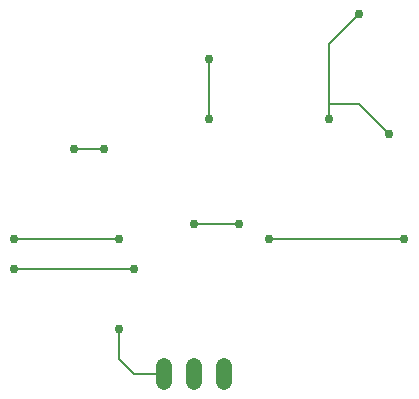
<source format=gbr>
G04 EAGLE Gerber RS-274X export*
G75*
%MOMM*%
%FSLAX34Y34*%
%LPD*%
%INBottom Copper*%
%IPPOS*%
%AMOC8*
5,1,8,0,0,1.08239X$1,22.5*%
G01*
%ADD10C,1.320800*%
%ADD11C,0.756400*%
%ADD12C,0.152400*%


D10*
X254000Y82296D02*
X254000Y95504D01*
X304800Y95504D02*
X304800Y82296D01*
X279400Y82296D02*
X279400Y95504D01*
D11*
X177800Y279400D03*
D12*
X203200Y279400D01*
D11*
X203200Y279400D03*
X279400Y215900D03*
D12*
X317500Y215900D01*
D11*
X317500Y215900D03*
X393700Y304800D03*
D12*
X393700Y317500D01*
X393700Y368300D01*
X419100Y393700D01*
D11*
X419100Y393700D03*
X444500Y292100D03*
D12*
X419100Y317500D02*
X393700Y317500D01*
X419100Y317500D02*
X444500Y292100D01*
D11*
X228600Y177800D03*
D12*
X127000Y177800D01*
D11*
X127000Y177800D03*
X457200Y203200D03*
D12*
X342900Y203200D01*
D11*
X342900Y203200D03*
X292100Y355600D03*
D12*
X292100Y304800D01*
D11*
X292100Y304800D03*
X215900Y203200D03*
D12*
X127000Y203200D01*
D11*
X127000Y203200D03*
X215900Y127000D03*
D12*
X215900Y101600D01*
X228600Y88900D01*
X254000Y88900D01*
M02*

</source>
